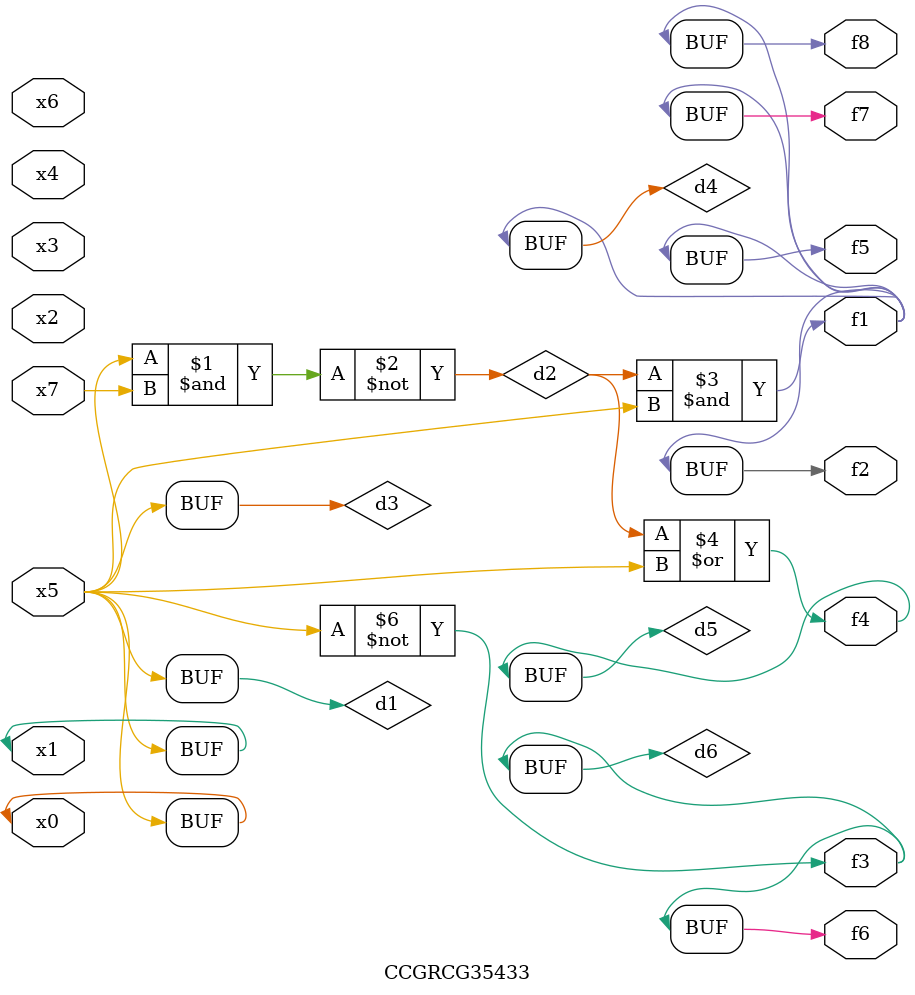
<source format=v>
module CCGRCG35433(
	input x0, x1, x2, x3, x4, x5, x6, x7,
	output f1, f2, f3, f4, f5, f6, f7, f8
);

	wire d1, d2, d3, d4, d5, d6;

	buf (d1, x0, x5);
	nand (d2, x5, x7);
	buf (d3, x0, x1);
	and (d4, d2, d3);
	or (d5, d2, d3);
	nor (d6, d1, d3);
	assign f1 = d4;
	assign f2 = d4;
	assign f3 = d6;
	assign f4 = d5;
	assign f5 = d4;
	assign f6 = d6;
	assign f7 = d4;
	assign f8 = d4;
endmodule

</source>
